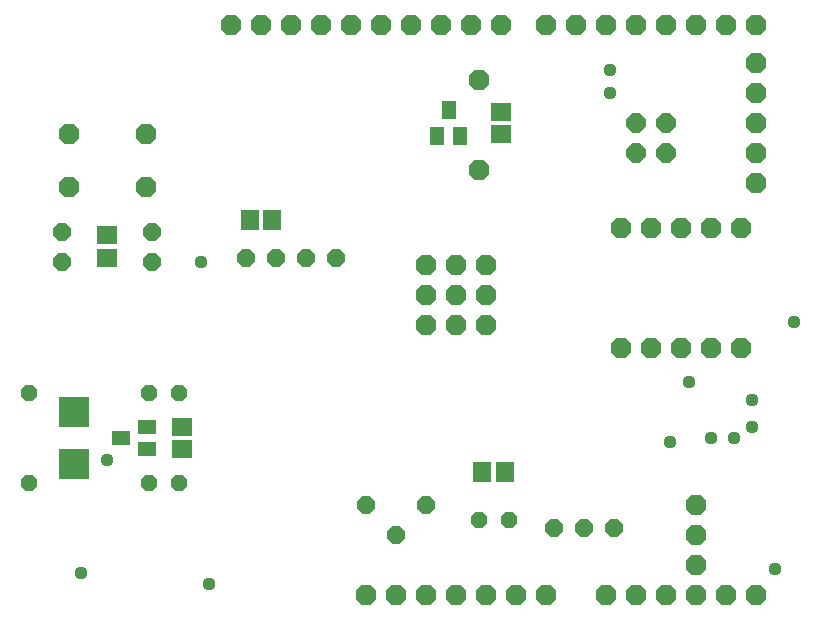
<source format=gbs>
G75*
%MOIN*%
%OFA0B0*%
%FSLAX25Y25*%
%IPPOS*%
%LPD*%
%AMOC8*
5,1,8,0,0,1.08239X$1,22.5*
%
%ADD10OC8,0.06737*%
%ADD11OC8,0.06800*%
%ADD12OC8,0.06000*%
%ADD13OC8,0.05950*%
%ADD14OC8,0.05556*%
%ADD15R,0.05918X0.06706*%
%ADD16R,0.06312X0.04737*%
%ADD17R,0.04737X0.06312*%
%ADD18R,0.06706X0.05918*%
%ADD19R,0.10249X0.10249*%
%ADD20OC8,0.06400*%
%ADD21C,0.04369*%
D10*
X0125000Y0015000D03*
X0135000Y0015000D03*
X0145000Y0015000D03*
X0155000Y0015000D03*
X0165000Y0015000D03*
X0175000Y0015000D03*
X0185000Y0015000D03*
X0205000Y0015000D03*
X0215000Y0015000D03*
X0225000Y0015000D03*
X0235000Y0015000D03*
X0245000Y0015000D03*
X0255000Y0015000D03*
X0250000Y0097500D03*
X0240000Y0097500D03*
X0230000Y0097500D03*
X0220000Y0097500D03*
X0210000Y0097500D03*
X0210000Y0137500D03*
X0220000Y0137500D03*
X0230000Y0137500D03*
X0240000Y0137500D03*
X0250000Y0137500D03*
X0245000Y0205000D03*
X0235000Y0205000D03*
X0225000Y0205000D03*
X0215000Y0205000D03*
X0205000Y0205000D03*
X0195000Y0205000D03*
X0185000Y0205000D03*
X0170000Y0205000D03*
X0160000Y0205000D03*
X0150000Y0205000D03*
X0140000Y0205000D03*
X0130000Y0205000D03*
X0120000Y0205000D03*
X0110000Y0205000D03*
X0100000Y0205000D03*
X0090000Y0205000D03*
X0080000Y0205000D03*
X0162500Y0186752D03*
X0162500Y0156752D03*
X0255000Y0205000D03*
D11*
X0255000Y0192500D03*
X0255000Y0182500D03*
X0255000Y0172500D03*
X0255000Y0162500D03*
X0255000Y0152500D03*
X0165000Y0125000D03*
X0165000Y0115000D03*
X0155000Y0115000D03*
X0145000Y0115000D03*
X0145000Y0125000D03*
X0155000Y0125000D03*
X0155000Y0105000D03*
X0145000Y0105000D03*
X0165000Y0105000D03*
X0235000Y0045000D03*
X0235000Y0035000D03*
X0235000Y0025000D03*
X0051550Y0151100D03*
X0051550Y0168900D03*
X0025950Y0168900D03*
X0025950Y0151100D03*
D12*
X0023750Y0136250D03*
X0023750Y0126250D03*
X0053750Y0126250D03*
X0053750Y0136250D03*
X0187500Y0037500D03*
X0197500Y0037500D03*
X0207500Y0037500D03*
D13*
X0145000Y0045000D03*
X0135000Y0035000D03*
X0125000Y0045000D03*
X0115000Y0127500D03*
X0105000Y0127500D03*
X0095000Y0127500D03*
X0085000Y0127500D03*
D14*
X0062500Y0082500D03*
X0052500Y0082500D03*
X0052500Y0052500D03*
X0062500Y0052500D03*
X0012500Y0052500D03*
X0012500Y0082500D03*
X0162500Y0040000D03*
X0172500Y0040000D03*
D15*
X0171240Y0056250D03*
X0163760Y0056250D03*
X0093740Y0140000D03*
X0086260Y0140000D03*
D16*
X0051831Y0071240D03*
X0043169Y0067500D03*
X0051831Y0063760D03*
D17*
X0148760Y0168169D03*
X0156240Y0168169D03*
X0152500Y0176831D03*
D18*
X0170000Y0176240D03*
X0170000Y0168760D03*
X0063750Y0071240D03*
X0063750Y0063760D03*
X0038750Y0127510D03*
X0038750Y0134990D03*
D19*
X0027500Y0076161D03*
X0027500Y0058839D03*
D20*
X0215000Y0162500D03*
X0225000Y0162500D03*
X0225000Y0172500D03*
X0215000Y0172500D03*
D21*
X0030000Y0022500D03*
X0072500Y0018750D03*
X0038750Y0060000D03*
X0070000Y0126250D03*
X0206250Y0182500D03*
X0206250Y0190000D03*
X0267500Y0106250D03*
X0253750Y0080000D03*
X0253750Y0071250D03*
X0247500Y0067500D03*
X0240000Y0067500D03*
X0226250Y0066250D03*
X0232500Y0086250D03*
X0261250Y0023750D03*
M02*

</source>
